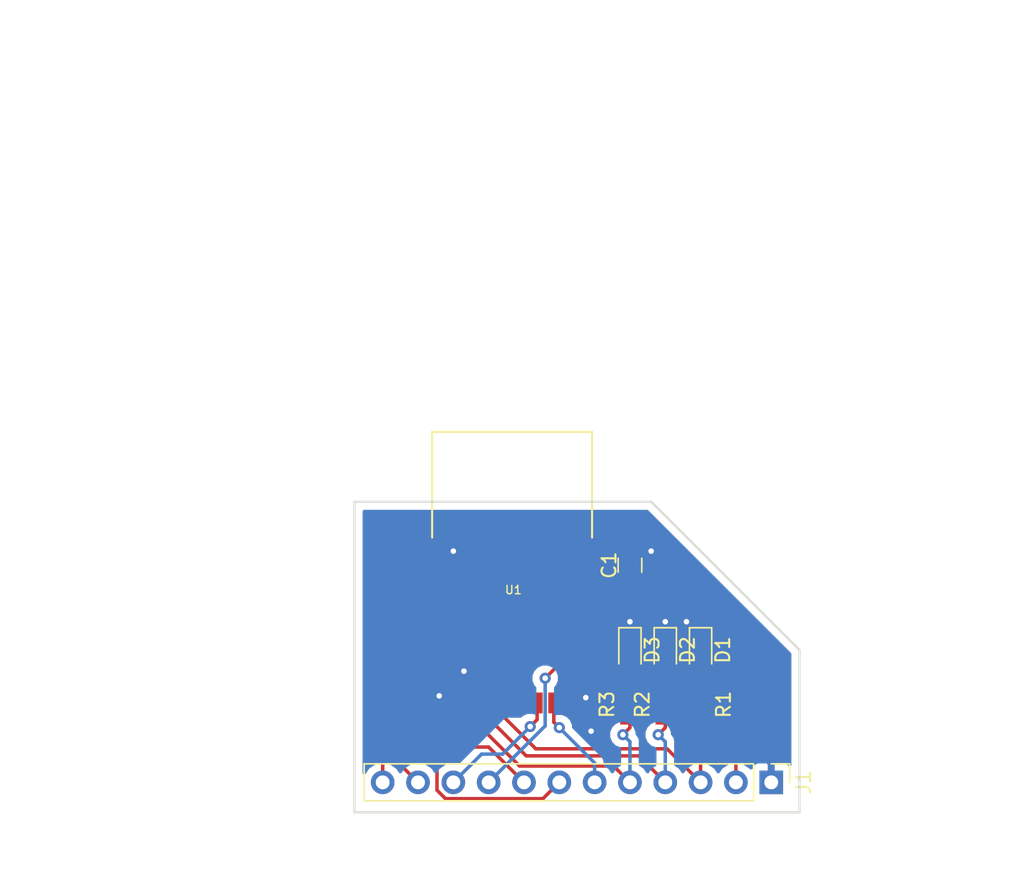
<source format=kicad_pcb>
(kicad_pcb (version 20171130) (host pcbnew 5.0.0-rc2-dev-unknown-bf135b0~64~ubuntu17.10.1)

  (general
    (thickness 1.6)
    (drawings 6)
    (tracks 101)
    (zones 0)
    (modules 9)
    (nets 16)
  )

  (page A4)
  (layers
    (0 F.Cu signal)
    (31 B.Cu signal)
    (32 B.Adhes user)
    (33 F.Adhes user)
    (34 B.Paste user)
    (35 F.Paste user)
    (36 B.SilkS user)
    (37 F.SilkS user)
    (38 B.Mask user)
    (39 F.Mask user)
    (40 Dwgs.User user)
    (41 Cmts.User user)
    (42 Eco1.User user)
    (43 Eco2.User user)
    (44 Edge.Cuts user)
    (45 Margin user)
    (46 B.CrtYd user)
    (47 F.CrtYd user)
    (48 B.Fab user)
    (49 F.Fab user)
  )

  (setup
    (last_trace_width 0.25)
    (trace_clearance 0.2)
    (zone_clearance 0.508)
    (zone_45_only no)
    (trace_min 0.2)
    (segment_width 0.2)
    (edge_width 0.15)
    (via_size 0.8)
    (via_drill 0.4)
    (via_min_size 0.4)
    (via_min_drill 0.3)
    (uvia_size 0.3)
    (uvia_drill 0.1)
    (uvias_allowed no)
    (uvia_min_size 0.2)
    (uvia_min_drill 0.1)
    (pcb_text_width 0.3)
    (pcb_text_size 1.5 1.5)
    (mod_edge_width 0.15)
    (mod_text_size 1 1)
    (mod_text_width 0.15)
    (pad_size 1.524 1.524)
    (pad_drill 0.762)
    (pad_to_mask_clearance 0.2)
    (aux_axis_origin 0 0)
    (visible_elements FFFFFF7F)
    (pcbplotparams
      (layerselection 0x010fc_ffffffff)
      (usegerberextensions false)
      (usegerberattributes false)
      (usegerberadvancedattributes false)
      (creategerberjobfile false)
      (excludeedgelayer true)
      (linewidth 0.100000)
      (plotframeref false)
      (viasonmask false)
      (mode 1)
      (useauxorigin false)
      (hpglpennumber 1)
      (hpglpenspeed 20)
      (hpglpendiameter 15)
      (psnegative false)
      (psa4output false)
      (plotreference true)
      (plotvalue true)
      (plotinvisibletext false)
      (padsonsilk false)
      (subtractmaskfromsilk false)
      (outputformat 1)
      (mirror false)
      (drillshape 1)
      (scaleselection 1)
      (outputdirectory ""))
  )

  (net 0 "")
  (net 1 GND)
  (net 2 +3V3)
  (net 3 "Net-(D1-Pad2)")
  (net 4 "Net-(D2-Pad2)")
  (net 5 "Net-(D3-Pad2)")
  (net 6 WS)
  (net 7 MLDP_EV)
  (net 8 CONNECTION_STATUS)
  (net 9 BT_WAKE)
  (net 10 SWAKE)
  (net 11 CMD_MLDP)
  (net 12 BT_UART_RTS)
  (net 13 BT_UART_CTS)
  (net 14 RX)
  (net 15 TX)

  (net_class Default "This is the default net class."
    (clearance 0.2)
    (trace_width 0.25)
    (via_dia 0.8)
    (via_drill 0.4)
    (uvia_dia 0.3)
    (uvia_drill 0.1)
    (add_net +3V3)
    (add_net BT_UART_CTS)
    (add_net BT_UART_RTS)
    (add_net BT_WAKE)
    (add_net CMD_MLDP)
    (add_net CONNECTION_STATUS)
    (add_net GND)
    (add_net MLDP_EV)
    (add_net "Net-(D1-Pad2)")
    (add_net "Net-(D2-Pad2)")
    (add_net "Net-(D3-Pad2)")
    (add_net RX)
    (add_net SWAKE)
    (add_net TX)
    (add_net WS)
  )

  (module Capacitors_SMD:C_0805 (layer F.Cu) (tedit 58AA8463) (tstamp 5B056E61)
    (at 133.604 85.344 90)
    (descr "Capacitor SMD 0805, reflow soldering, AVX (see smccp.pdf)")
    (tags "capacitor 0805")
    (path /5AEBFAA4)
    (attr smd)
    (fp_text reference C1 (at 0 -1.5 90) (layer F.SilkS)
      (effects (font (size 1 1) (thickness 0.15)))
    )
    (fp_text value 4.7uF (at 0 1.75 90) (layer F.Fab)
      (effects (font (size 1 1) (thickness 0.15)))
    )
    (fp_line (start 1.75 0.87) (end -1.75 0.87) (layer F.CrtYd) (width 0.05))
    (fp_line (start 1.75 0.87) (end 1.75 -0.88) (layer F.CrtYd) (width 0.05))
    (fp_line (start -1.75 -0.88) (end -1.75 0.87) (layer F.CrtYd) (width 0.05))
    (fp_line (start -1.75 -0.88) (end 1.75 -0.88) (layer F.CrtYd) (width 0.05))
    (fp_line (start -0.5 0.85) (end 0.5 0.85) (layer F.SilkS) (width 0.12))
    (fp_line (start 0.5 -0.85) (end -0.5 -0.85) (layer F.SilkS) (width 0.12))
    (fp_line (start -1 -0.62) (end 1 -0.62) (layer F.Fab) (width 0.1))
    (fp_line (start 1 -0.62) (end 1 0.62) (layer F.Fab) (width 0.1))
    (fp_line (start 1 0.62) (end -1 0.62) (layer F.Fab) (width 0.1))
    (fp_line (start -1 0.62) (end -1 -0.62) (layer F.Fab) (width 0.1))
    (fp_text user %R (at 0 -1.5 90) (layer F.Fab)
      (effects (font (size 1 1) (thickness 0.15)))
    )
    (pad 2 smd rect (at 1 0 90) (size 1 1.25) (layers F.Cu F.Paste F.Mask)
      (net 1 GND))
    (pad 1 smd rect (at -1 0 90) (size 1 1.25) (layers F.Cu F.Paste F.Mask)
      (net 2 +3V3))
    (model Capacitors_SMD.3dshapes/C_0805.wrl
      (at (xyz 0 0 0))
      (scale (xyz 1 1 1))
      (rotate (xyz 0 0 0))
    )
  )

  (module Diodes_SMD:D_0805 (layer F.Cu) (tedit 590CE9A4) (tstamp 5B056E79)
    (at 138.684 91.44 270)
    (descr "Diode SMD in 0805 package http://datasheets.avx.com/schottky.pdf")
    (tags "smd diode")
    (path /5AEBEE4F)
    (attr smd)
    (fp_text reference D1 (at 0 -1.6 270) (layer F.SilkS)
      (effects (font (size 1 1) (thickness 0.15)))
    )
    (fp_text value Blue (at 0 1.7 270) (layer F.Fab)
      (effects (font (size 1 1) (thickness 0.15)))
    )
    (fp_line (start -1.6 -0.8) (end 1 -0.8) (layer F.SilkS) (width 0.12))
    (fp_line (start -1.6 0.8) (end 1 0.8) (layer F.SilkS) (width 0.12))
    (fp_line (start -1 -0.65) (end 1 -0.65) (layer F.Fab) (width 0.1))
    (fp_line (start 1 -0.65) (end 1 0.65) (layer F.Fab) (width 0.1))
    (fp_line (start 1 0.65) (end -1 0.65) (layer F.Fab) (width 0.1))
    (fp_line (start -1 0.65) (end -1 -0.65) (layer F.Fab) (width 0.1))
    (fp_line (start 0.2 -0.2) (end -0.1 0) (layer F.Fab) (width 0.1))
    (fp_line (start -0.1 0) (end 0.2 0.2) (layer F.Fab) (width 0.1))
    (fp_line (start 0.2 0.2) (end 0.2 -0.2) (layer F.Fab) (width 0.1))
    (fp_line (start -0.1 -0.2) (end -0.1 0.2) (layer F.Fab) (width 0.1))
    (fp_line (start -0.1 0) (end -0.3 0) (layer F.Fab) (width 0.1))
    (fp_line (start 0.2 0) (end 0.4 0) (layer F.Fab) (width 0.1))
    (fp_line (start -1.7 -0.88) (end 1.7 -0.88) (layer F.CrtYd) (width 0.05))
    (fp_line (start 1.7 -0.88) (end 1.7 0.88) (layer F.CrtYd) (width 0.05))
    (fp_line (start 1.7 0.88) (end -1.7 0.88) (layer F.CrtYd) (width 0.05))
    (fp_line (start -1.7 0.88) (end -1.7 -0.88) (layer F.CrtYd) (width 0.05))
    (fp_line (start -1.6 -0.8) (end -1.6 0.8) (layer F.SilkS) (width 0.12))
    (fp_text user %R (at 0 -1.6 270) (layer F.Fab)
      (effects (font (size 1 1) (thickness 0.15)))
    )
    (pad 2 smd rect (at 1.05 0 270) (size 0.8 0.9) (layers F.Cu F.Paste F.Mask)
      (net 3 "Net-(D1-Pad2)"))
    (pad 1 smd rect (at -1.05 0 270) (size 0.8 0.9) (layers F.Cu F.Paste F.Mask)
      (net 1 GND))
    (model ${KISYS3DMOD}/Diodes_SMD.3dshapes/D_0805.wrl
      (at (xyz 0 0 0))
      (scale (xyz 1 1 1))
      (rotate (xyz 0 0 0))
    )
  )

  (module Diodes_SMD:D_0805 (layer F.Cu) (tedit 590CE9A4) (tstamp 5B056E91)
    (at 136.144 91.44 270)
    (descr "Diode SMD in 0805 package http://datasheets.avx.com/schottky.pdf")
    (tags "smd diode")
    (path /5AEBEEFF)
    (attr smd)
    (fp_text reference D2 (at 0 -1.6 270) (layer F.SilkS)
      (effects (font (size 1 1) (thickness 0.15)))
    )
    (fp_text value Red (at 0 1.7 270) (layer F.Fab)
      (effects (font (size 1 1) (thickness 0.15)))
    )
    (fp_text user %R (at 0 -1.6 270) (layer F.Fab)
      (effects (font (size 1 1) (thickness 0.15)))
    )
    (fp_line (start -1.6 -0.8) (end -1.6 0.8) (layer F.SilkS) (width 0.12))
    (fp_line (start -1.7 0.88) (end -1.7 -0.88) (layer F.CrtYd) (width 0.05))
    (fp_line (start 1.7 0.88) (end -1.7 0.88) (layer F.CrtYd) (width 0.05))
    (fp_line (start 1.7 -0.88) (end 1.7 0.88) (layer F.CrtYd) (width 0.05))
    (fp_line (start -1.7 -0.88) (end 1.7 -0.88) (layer F.CrtYd) (width 0.05))
    (fp_line (start 0.2 0) (end 0.4 0) (layer F.Fab) (width 0.1))
    (fp_line (start -0.1 0) (end -0.3 0) (layer F.Fab) (width 0.1))
    (fp_line (start -0.1 -0.2) (end -0.1 0.2) (layer F.Fab) (width 0.1))
    (fp_line (start 0.2 0.2) (end 0.2 -0.2) (layer F.Fab) (width 0.1))
    (fp_line (start -0.1 0) (end 0.2 0.2) (layer F.Fab) (width 0.1))
    (fp_line (start 0.2 -0.2) (end -0.1 0) (layer F.Fab) (width 0.1))
    (fp_line (start -1 0.65) (end -1 -0.65) (layer F.Fab) (width 0.1))
    (fp_line (start 1 0.65) (end -1 0.65) (layer F.Fab) (width 0.1))
    (fp_line (start 1 -0.65) (end 1 0.65) (layer F.Fab) (width 0.1))
    (fp_line (start -1 -0.65) (end 1 -0.65) (layer F.Fab) (width 0.1))
    (fp_line (start -1.6 0.8) (end 1 0.8) (layer F.SilkS) (width 0.12))
    (fp_line (start -1.6 -0.8) (end 1 -0.8) (layer F.SilkS) (width 0.12))
    (pad 1 smd rect (at -1.05 0 270) (size 0.8 0.9) (layers F.Cu F.Paste F.Mask)
      (net 1 GND))
    (pad 2 smd rect (at 1.05 0 270) (size 0.8 0.9) (layers F.Cu F.Paste F.Mask)
      (net 4 "Net-(D2-Pad2)"))
    (model ${KISYS3DMOD}/Diodes_SMD.3dshapes/D_0805.wrl
      (at (xyz 0 0 0))
      (scale (xyz 1 1 1))
      (rotate (xyz 0 0 0))
    )
  )

  (module Diodes_SMD:D_0805 (layer F.Cu) (tedit 590CE9A4) (tstamp 5B056EA9)
    (at 133.604 91.44 270)
    (descr "Diode SMD in 0805 package http://datasheets.avx.com/schottky.pdf")
    (tags "smd diode")
    (path /5AEBEFA7)
    (attr smd)
    (fp_text reference D3 (at 0 -1.6 270) (layer F.SilkS)
      (effects (font (size 1 1) (thickness 0.15)))
    )
    (fp_text value Green (at 0 1.7 270) (layer F.Fab)
      (effects (font (size 1 1) (thickness 0.15)))
    )
    (fp_line (start -1.6 -0.8) (end 1 -0.8) (layer F.SilkS) (width 0.12))
    (fp_line (start -1.6 0.8) (end 1 0.8) (layer F.SilkS) (width 0.12))
    (fp_line (start -1 -0.65) (end 1 -0.65) (layer F.Fab) (width 0.1))
    (fp_line (start 1 -0.65) (end 1 0.65) (layer F.Fab) (width 0.1))
    (fp_line (start 1 0.65) (end -1 0.65) (layer F.Fab) (width 0.1))
    (fp_line (start -1 0.65) (end -1 -0.65) (layer F.Fab) (width 0.1))
    (fp_line (start 0.2 -0.2) (end -0.1 0) (layer F.Fab) (width 0.1))
    (fp_line (start -0.1 0) (end 0.2 0.2) (layer F.Fab) (width 0.1))
    (fp_line (start 0.2 0.2) (end 0.2 -0.2) (layer F.Fab) (width 0.1))
    (fp_line (start -0.1 -0.2) (end -0.1 0.2) (layer F.Fab) (width 0.1))
    (fp_line (start -0.1 0) (end -0.3 0) (layer F.Fab) (width 0.1))
    (fp_line (start 0.2 0) (end 0.4 0) (layer F.Fab) (width 0.1))
    (fp_line (start -1.7 -0.88) (end 1.7 -0.88) (layer F.CrtYd) (width 0.05))
    (fp_line (start 1.7 -0.88) (end 1.7 0.88) (layer F.CrtYd) (width 0.05))
    (fp_line (start 1.7 0.88) (end -1.7 0.88) (layer F.CrtYd) (width 0.05))
    (fp_line (start -1.7 0.88) (end -1.7 -0.88) (layer F.CrtYd) (width 0.05))
    (fp_line (start -1.6 -0.8) (end -1.6 0.8) (layer F.SilkS) (width 0.12))
    (fp_text user %R (at 0 -1.6 270) (layer F.Fab)
      (effects (font (size 1 1) (thickness 0.15)))
    )
    (pad 2 smd rect (at 1.05 0 270) (size 0.8 0.9) (layers F.Cu F.Paste F.Mask)
      (net 5 "Net-(D3-Pad2)"))
    (pad 1 smd rect (at -1.05 0 270) (size 0.8 0.9) (layers F.Cu F.Paste F.Mask)
      (net 1 GND))
    (model ${KISYS3DMOD}/Diodes_SMD.3dshapes/D_0805.wrl
      (at (xyz 0 0 0))
      (scale (xyz 1 1 1))
      (rotate (xyz 0 0 0))
    )
  )

  (module Resistor_SMD:R_0805_2012Metric (layer F.Cu) (tedit 5AC5DB74) (tstamp 5B056ED6)
    (at 138.684 95.368 270)
    (descr "Resistor SMD 0805 (2012 Metric), square (rectangular) end terminal, IPC_7351 nominal, (Body size source: http://www.tortai-tech.com/upload/download/2011102023233369053.pdf), generated with kicad-footprint-generator")
    (tags resistor)
    (path /5AEBEB71)
    (attr smd)
    (fp_text reference R1 (at 0 -1.65 270) (layer F.SilkS)
      (effects (font (size 1 1) (thickness 0.15)))
    )
    (fp_text value 330 (at 0 1.65 270) (layer F.Fab)
      (effects (font (size 1 1) (thickness 0.15)))
    )
    (fp_line (start -1 0.6) (end -1 -0.6) (layer F.Fab) (width 0.1))
    (fp_line (start -1 -0.6) (end 1 -0.6) (layer F.Fab) (width 0.1))
    (fp_line (start 1 -0.6) (end 1 0.6) (layer F.Fab) (width 0.1))
    (fp_line (start 1 0.6) (end -1 0.6) (layer F.Fab) (width 0.1))
    (fp_line (start -1.69 0.95) (end -1.69 -0.95) (layer F.CrtYd) (width 0.05))
    (fp_line (start -1.69 -0.95) (end 1.69 -0.95) (layer F.CrtYd) (width 0.05))
    (fp_line (start 1.69 -0.95) (end 1.69 0.95) (layer F.CrtYd) (width 0.05))
    (fp_line (start 1.69 0.95) (end -1.69 0.95) (layer F.CrtYd) (width 0.05))
    (fp_text user %R (at 0 0 270) (layer F.Fab)
      (effects (font (size 0.5 0.5) (thickness 0.08)))
    )
    (pad 1 smd rect (at -0.88 0 270) (size 1.12 1.4) (layers F.Cu F.Paste F.Mask)
      (net 3 "Net-(D1-Pad2)"))
    (pad 2 smd rect (at 0.88 0 270) (size 1.12 1.4) (layers F.Cu F.Paste F.Mask)
      (net 6 WS))
    (model ${KISYS3DMOD}/Resistor_SMD.3dshapes/R_0805_2012Metric.wrl
      (at (xyz 0 0 0))
      (scale (xyz 1 1 1))
      (rotate (xyz 0 0 0))
    )
  )

  (module Resistor_SMD:R_0805_2012Metric (layer F.Cu) (tedit 5AC5DB74) (tstamp 5B056EE5)
    (at 136.144 95.368 90)
    (descr "Resistor SMD 0805 (2012 Metric), square (rectangular) end terminal, IPC_7351 nominal, (Body size source: http://www.tortai-tech.com/upload/download/2011102023233369053.pdf), generated with kicad-footprint-generator")
    (tags resistor)
    (path /5AEBEC15)
    (attr smd)
    (fp_text reference R2 (at 0 -1.65 90) (layer F.SilkS)
      (effects (font (size 1 1) (thickness 0.15)))
    )
    (fp_text value 330 (at 0 1.65 90) (layer F.Fab)
      (effects (font (size 1 1) (thickness 0.15)))
    )
    (fp_text user %R (at 0 0 90) (layer F.Fab)
      (effects (font (size 0.5 0.5) (thickness 0.08)))
    )
    (fp_line (start 1.69 0.95) (end -1.69 0.95) (layer F.CrtYd) (width 0.05))
    (fp_line (start 1.69 -0.95) (end 1.69 0.95) (layer F.CrtYd) (width 0.05))
    (fp_line (start -1.69 -0.95) (end 1.69 -0.95) (layer F.CrtYd) (width 0.05))
    (fp_line (start -1.69 0.95) (end -1.69 -0.95) (layer F.CrtYd) (width 0.05))
    (fp_line (start 1 0.6) (end -1 0.6) (layer F.Fab) (width 0.1))
    (fp_line (start 1 -0.6) (end 1 0.6) (layer F.Fab) (width 0.1))
    (fp_line (start -1 -0.6) (end 1 -0.6) (layer F.Fab) (width 0.1))
    (fp_line (start -1 0.6) (end -1 -0.6) (layer F.Fab) (width 0.1))
    (pad 2 smd rect (at 0.88 0 90) (size 1.12 1.4) (layers F.Cu F.Paste F.Mask)
      (net 4 "Net-(D2-Pad2)"))
    (pad 1 smd rect (at -0.88 0 90) (size 1.12 1.4) (layers F.Cu F.Paste F.Mask)
      (net 7 MLDP_EV))
    (model ${KISYS3DMOD}/Resistor_SMD.3dshapes/R_0805_2012Metric.wrl
      (at (xyz 0 0 0))
      (scale (xyz 1 1 1))
      (rotate (xyz 0 0 0))
    )
  )

  (module Resistor_SMD:R_0805_2012Metric (layer F.Cu) (tedit 5AC5DB74) (tstamp 5B056EF4)
    (at 133.604 95.368 90)
    (descr "Resistor SMD 0805 (2012 Metric), square (rectangular) end terminal, IPC_7351 nominal, (Body size source: http://www.tortai-tech.com/upload/download/2011102023233369053.pdf), generated with kicad-footprint-generator")
    (tags resistor)
    (path /5AEBEC8C)
    (attr smd)
    (fp_text reference R3 (at 0 -1.65 90) (layer F.SilkS)
      (effects (font (size 1 1) (thickness 0.15)))
    )
    (fp_text value 330 (at 0 1.65 90) (layer F.Fab)
      (effects (font (size 1 1) (thickness 0.15)))
    )
    (fp_line (start -1 0.6) (end -1 -0.6) (layer F.Fab) (width 0.1))
    (fp_line (start -1 -0.6) (end 1 -0.6) (layer F.Fab) (width 0.1))
    (fp_line (start 1 -0.6) (end 1 0.6) (layer F.Fab) (width 0.1))
    (fp_line (start 1 0.6) (end -1 0.6) (layer F.Fab) (width 0.1))
    (fp_line (start -1.69 0.95) (end -1.69 -0.95) (layer F.CrtYd) (width 0.05))
    (fp_line (start -1.69 -0.95) (end 1.69 -0.95) (layer F.CrtYd) (width 0.05))
    (fp_line (start 1.69 -0.95) (end 1.69 0.95) (layer F.CrtYd) (width 0.05))
    (fp_line (start 1.69 0.95) (end -1.69 0.95) (layer F.CrtYd) (width 0.05))
    (fp_text user %R (at 0 0 90) (layer F.Fab)
      (effects (font (size 0.5 0.5) (thickness 0.08)))
    )
    (pad 1 smd rect (at -0.88 0 90) (size 1.12 1.4) (layers F.Cu F.Paste F.Mask)
      (net 8 CONNECTION_STATUS))
    (pad 2 smd rect (at 0.88 0 90) (size 1.12 1.4) (layers F.Cu F.Paste F.Mask)
      (net 5 "Net-(D3-Pad2)"))
    (model ${KISYS3DMOD}/Resistor_SMD.3dshapes/R_0805_2012Metric.wrl
      (at (xyz 0 0 0))
      (scale (xyz 1 1 1))
      (rotate (xyz 0 0 0))
    )
  )

  (module RN4020:RN4020 (layer F.Cu) (tedit 56A7DC63) (tstamp 5B056F2D)
    (at 119.38 95.25)
    (path /5AEBE8E6)
    (fp_text reference U1 (at 5.842 -8.128) (layer F.SilkS)
      (effects (font (size 0.6 0.6) (thickness 0.1)))
    )
    (fp_text value RN4020 (at 5.588 -6.35) (layer F.Fab)
      (effects (font (size 0.6 0.6) (thickness 0.1)))
    )
    (fp_line (start 10.414 -13.6525) (end 11.2395 -12.827) (layer Cmts.User) (width 0.15))
    (fp_line (start 10.033 -12.8905) (end 10.668 -12.2555) (layer Cmts.User) (width 0.15))
    (fp_line (start 2.6035 -14.478) (end 4.0005 -13.081) (layer Cmts.User) (width 0.15))
    (fp_line (start 1.905 -13.7795) (end 2.667 -13.0175) (layer Cmts.User) (width 0.15))
    (fp_line (start 0.762 -13.6525) (end 1.4605 -12.954) (layer Cmts.User) (width 0.15))
    (fp_line (start 0.254 -13.081) (end 1.0795 -12.2555) (layer Cmts.User) (width 0.15))
    (fp_line (start 12.954 1.524) (end -1.524 1.524) (layer F.CrtYd) (width 0.15))
    (fp_line (start 12.954 -19.812) (end 12.954 1.524) (layer F.CrtYd) (width 0.15))
    (fp_line (start -1.524 -19.812) (end 12.954 -19.812) (layer F.CrtYd) (width 0.15))
    (fp_line (start -1.524 1.524) (end -1.524 -19.812) (layer F.CrtYd) (width 0.15))
    (fp_line (start -31 -14.55) (end -31 -50.5) (layer Eco1.User) (width 0.15))
    (fp_line (start 42.5 -14.55) (end -31 -14.55) (layer Eco1.User) (width 0.15))
    (fp_line (start 42.5 -50.5) (end 42.5 -14.55) (layer Eco1.User) (width 0.15))
    (fp_line (start -31 -50.5) (end 42.5 -50.5) (layer Eco1.User) (width 0.15))
    (fp_line (start 4.05 -14.55) (end 1.85 -14.55) (layer Cmts.User) (width 0.15))
    (fp_line (start 4.05 -12.95) (end 4.05 -14.55) (layer Cmts.User) (width 0.15))
    (fp_line (start 1.85 -12.95) (end 4.05 -12.95) (layer Cmts.User) (width 0.15))
    (fp_line (start 1.85 -14.55) (end 1.85 -12.95) (layer Cmts.User) (width 0.15))
    (fp_line (start 11.3 -13.7) (end 10 -13.7) (layer Cmts.User) (width 0.15))
    (fp_line (start 11.3 -12.192) (end 11.3 -13.7) (layer Cmts.User) (width 0.15))
    (fp_line (start 10 -12.192) (end 11.3 -12.192) (layer Cmts.User) (width 0.15))
    (fp_line (start 10 -13.7) (end 10 -12.192) (layer Cmts.User) (width 0.15))
    (fp_line (start 1.5 -13.7) (end 0.2 -13.7) (layer Cmts.User) (width 0.15))
    (fp_line (start 1.5 -12.192) (end 1.5 -13.7) (layer Cmts.User) (width 0.15))
    (fp_line (start 0.2 -12.192) (end 1.5 -12.192) (layer Cmts.User) (width 0.15))
    (fp_line (start 0.2 -13.7) (end 0.2 -12.192) (layer Cmts.User) (width 0.15))
    (fp_line (start 11.5 -19.5) (end 11.5 -11.9) (layer F.SilkS) (width 0.15))
    (fp_line (start 0 -19.5) (end 11.5 -19.5) (layer F.SilkS) (width 0.15))
    (fp_line (start 0 -11.9) (end 0 -19.5) (layer F.SilkS) (width 0.15))
    (pad 1 smd rect (at 0 -10.9) (size 1.5 0.8) (layers F.Cu F.Paste F.Mask)
      (net 1 GND))
    (pad 2 smd rect (at 0 -9.7) (size 1.5 0.8) (layers F.Cu F.Paste F.Mask))
    (pad 3 smd rect (at 0 -8.5) (size 1.5 0.8) (layers F.Cu F.Paste F.Mask))
    (pad 4 smd rect (at 0 -7.3) (size 1.5 0.8) (layers F.Cu F.Paste F.Mask))
    (pad 5 smd rect (at 0 -6.1) (size 1.5 0.8) (layers F.Cu F.Paste F.Mask)
      (net 15 TX))
    (pad 6 smd rect (at 0 -4.9) (size 1.5 0.8) (layers F.Cu F.Paste F.Mask)
      (net 14 RX))
    (pad 7 smd rect (at 0 -3.7) (size 1.5 0.8) (layers F.Cu F.Paste F.Mask)
      (net 10 SWAKE))
    (pad 8 smd rect (at 0 -2.5) (size 1.5 0.8) (layers F.Cu F.Paste F.Mask)
      (net 11 CMD_MLDP))
    (pad 10 smd rect (at 2.75 0) (size 0.8 1.5) (layers F.Cu F.Paste F.Mask)
      (net 8 CONNECTION_STATUS))
    (pad 11 smd rect (at 3.95 0) (size 0.8 1.5) (layers F.Cu F.Paste F.Mask)
      (net 7 MLDP_EV))
    (pad 12 smd rect (at 5.15 0) (size 0.8 1.5) (layers F.Cu F.Paste F.Mask)
      (net 6 WS))
    (pad 13 smd rect (at 6.35 0) (size 0.8 1.5) (layers F.Cu F.Paste F.Mask))
    (pad 14 smd rect (at 7.55 0) (size 0.8 1.5) (layers F.Cu F.Paste F.Mask)
      (net 13 BT_UART_CTS))
    (pad 15 smd rect (at 8.75 0) (size 0.8 1.5) (layers F.Cu F.Paste F.Mask)
      (net 9 BT_WAKE))
    (pad 17 smd rect (at 11.5 -2.5) (size 1.5 0.8) (layers F.Cu F.Paste F.Mask))
    (pad 18 smd rect (at 11.5 -3.7) (size 1.5 0.8) (layers F.Cu F.Paste F.Mask)
      (net 12 BT_UART_RTS))
    (pad 19 smd rect (at 11.5 -4.9) (size 1.5 0.8) (layers F.Cu F.Paste F.Mask))
    (pad 20 smd rect (at 11.5 -6.1) (size 1.5 0.8) (layers F.Cu F.Paste F.Mask))
    (pad 21 smd rect (at 11.5 -7.3) (size 1.5 0.8) (layers F.Cu F.Paste F.Mask))
    (pad 22 smd rect (at 11.5 -8.5) (size 1.5 0.8) (layers F.Cu F.Paste F.Mask))
    (pad 23 smd rect (at 11.5 -9.7) (size 1.5 0.8) (layers F.Cu F.Paste F.Mask)
      (net 2 +3V3))
    (pad 24 smd rect (at 11.5 -10.9) (size 1.5 0.8) (layers F.Cu F.Paste F.Mask)
      (net 1 GND))
    (pad 9 smd rect (at 0.508 -0.381) (size 2.5 2.5) (layers F.Cu F.Paste F.Mask)
      (net 1 GND))
    (pad 16 smd rect (at 11.049 -0.381) (size 2.5 2.5) (layers F.Cu F.Paste F.Mask)
      (net 1 GND))
  )

  (module Connector_PinHeader_2.54mm:PinHeader_1x12_P2.54mm_Vertical (layer F.Cu) (tedit 59FED5CC) (tstamp 5B194AE9)
    (at 143.764 100.965 270)
    (descr "Through hole straight pin header, 1x12, 2.54mm pitch, single row")
    (tags "Through hole pin header THT 1x12 2.54mm single row")
    (path /5AEC0F7D)
    (fp_text reference J1 (at 0 -2.33 270) (layer F.SilkS)
      (effects (font (size 1 1) (thickness 0.15)))
    )
    (fp_text value Conn_01x12 (at 0 30.27 270) (layer F.Fab)
      (effects (font (size 1 1) (thickness 0.15)))
    )
    (fp_line (start -0.635 -1.27) (end 1.27 -1.27) (layer F.Fab) (width 0.1))
    (fp_line (start 1.27 -1.27) (end 1.27 29.21) (layer F.Fab) (width 0.1))
    (fp_line (start 1.27 29.21) (end -1.27 29.21) (layer F.Fab) (width 0.1))
    (fp_line (start -1.27 29.21) (end -1.27 -0.635) (layer F.Fab) (width 0.1))
    (fp_line (start -1.27 -0.635) (end -0.635 -1.27) (layer F.Fab) (width 0.1))
    (fp_line (start -1.33 29.27) (end 1.33 29.27) (layer F.SilkS) (width 0.12))
    (fp_line (start -1.33 1.27) (end -1.33 29.27) (layer F.SilkS) (width 0.12))
    (fp_line (start 1.33 1.27) (end 1.33 29.27) (layer F.SilkS) (width 0.12))
    (fp_line (start -1.33 1.27) (end 1.33 1.27) (layer F.SilkS) (width 0.12))
    (fp_line (start -1.33 0) (end -1.33 -1.33) (layer F.SilkS) (width 0.12))
    (fp_line (start -1.33 -1.33) (end 0 -1.33) (layer F.SilkS) (width 0.12))
    (fp_line (start -1.8 -1.8) (end -1.8 29.75) (layer F.CrtYd) (width 0.05))
    (fp_line (start -1.8 29.75) (end 1.8 29.75) (layer F.CrtYd) (width 0.05))
    (fp_line (start 1.8 29.75) (end 1.8 -1.8) (layer F.CrtYd) (width 0.05))
    (fp_line (start 1.8 -1.8) (end -1.8 -1.8) (layer F.CrtYd) (width 0.05))
    (fp_text user %R (at 0 13.97) (layer F.Fab)
      (effects (font (size 1 1) (thickness 0.15)))
    )
    (pad 1 thru_hole rect (at 0 0 270) (size 1.7 1.7) (drill 1) (layers *.Cu *.Mask)
      (net 1 GND))
    (pad 2 thru_hole oval (at 0 2.54 270) (size 1.7 1.7) (drill 1) (layers *.Cu *.Mask)
      (net 2 +3V3))
    (pad 3 thru_hole oval (at 0 5.08 270) (size 1.7 1.7) (drill 1) (layers *.Cu *.Mask)
      (net 6 WS))
    (pad 4 thru_hole oval (at 0 7.62 270) (size 1.7 1.7) (drill 1) (layers *.Cu *.Mask)
      (net 7 MLDP_EV))
    (pad 5 thru_hole oval (at 0 10.16 270) (size 1.7 1.7) (drill 1) (layers *.Cu *.Mask)
      (net 8 CONNECTION_STATUS))
    (pad 6 thru_hole oval (at 0 12.7 270) (size 1.7 1.7) (drill 1) (layers *.Cu *.Mask)
      (net 9 BT_WAKE))
    (pad 7 thru_hole oval (at 0 15.24 270) (size 1.7 1.7) (drill 1) (layers *.Cu *.Mask)
      (net 10 SWAKE))
    (pad 8 thru_hole oval (at 0 17.78 270) (size 1.7 1.7) (drill 1) (layers *.Cu *.Mask)
      (net 11 CMD_MLDP))
    (pad 9 thru_hole oval (at 0 20.32 270) (size 1.7 1.7) (drill 1) (layers *.Cu *.Mask)
      (net 12 BT_UART_RTS))
    (pad 10 thru_hole oval (at 0 22.86 270) (size 1.7 1.7) (drill 1) (layers *.Cu *.Mask)
      (net 13 BT_UART_CTS))
    (pad 11 thru_hole oval (at 0 25.4 270) (size 1.7 1.7) (drill 1) (layers *.Cu *.Mask)
      (net 14 RX))
    (pad 12 thru_hole oval (at 0 27.94 270) (size 1.7 1.7) (drill 1) (layers *.Cu *.Mask)
      (net 15 TX))
    (model ${KISYS3DMOD}/Connector_PinHeader_2.54mm.3dshapes/PinHeader_1x12_P2.54mm_Vertical.wrl
      (at (xyz 0 0 0))
      (scale (xyz 1 1 1))
      (rotate (xyz 0 0 0))
    )
  )

  (gr_line (start 145.796 91.44) (end 135.128 80.772) (layer Edge.Cuts) (width 0.15))
  (gr_line (start 145.796 98.552) (end 145.796 91.44) (layer Edge.Cuts) (width 0.15))
  (gr_line (start 113.792 80.772) (end 135.128 80.772) (layer Edge.Cuts) (width 0.15))
  (gr_line (start 145.796 103.124) (end 145.796 98.552) (layer Edge.Cuts) (width 0.15))
  (gr_line (start 113.792 103.124) (end 145.796 103.124) (layer Edge.Cuts) (width 0.15))
  (gr_line (start 113.792 80.772) (end 113.792 103.124) (layer Edge.Cuts) (width 0.15))

  (via (at 120.904 84.328) (size 0.8) (drill 0.4) (layers F.Cu B.Cu) (net 1))
  (segment (start 119.38 84.35) (end 120.882 84.35) (width 0.25) (layer F.Cu) (net 1))
  (segment (start 120.882 84.35) (end 120.904 84.328) (width 0.25) (layer F.Cu) (net 1))
  (segment (start 133.598 84.35) (end 133.604 84.344) (width 0.25) (layer F.Cu) (net 1))
  (segment (start 130.88 84.35) (end 133.598 84.35) (width 0.25) (layer F.Cu) (net 1))
  (via (at 135.128 84.328) (size 0.8) (drill 0.4) (layers F.Cu B.Cu) (net 1))
  (segment (start 133.604 84.344) (end 135.112 84.344) (width 0.25) (layer F.Cu) (net 1))
  (segment (start 135.112 84.344) (end 135.128 84.328) (width 0.25) (layer F.Cu) (net 1))
  (via (at 133.604 89.408) (size 0.8) (drill 0.4) (layers F.Cu B.Cu) (net 1))
  (segment (start 133.604 90.39) (end 133.604 89.408) (width 0.25) (layer F.Cu) (net 1))
  (via (at 136.144 89.408) (size 0.8) (drill 0.4) (layers F.Cu B.Cu) (net 1))
  (segment (start 136.144 90.39) (end 136.144 89.408) (width 0.25) (layer F.Cu) (net 1))
  (via (at 137.668 89.408) (size 0.8) (drill 0.4) (layers F.Cu B.Cu) (net 1))
  (segment (start 138.684 90.39) (end 138.65 90.39) (width 0.25) (layer F.Cu) (net 1))
  (segment (start 138.65 90.39) (end 137.668 89.408) (width 0.25) (layer F.Cu) (net 1))
  (via (at 130.81 97.282) (size 0.8) (drill 0.4) (layers F.Cu B.Cu) (net 1))
  (segment (start 130.429 94.869) (end 130.429 94.869) (width 0.25) (layer F.Cu) (net 1))
  (segment (start 130.429 96.901) (end 130.81 97.282) (width 0.25) (layer F.Cu) (net 1))
  (via (at 121.666 92.964) (size 0.8) (drill 0.4) (layers F.Cu B.Cu) (net 1))
  (segment (start 119.888 94.869) (end 119.888 94.742) (width 0.25) (layer F.Cu) (net 1))
  (segment (start 119.888 94.742) (end 121.666 92.964) (width 0.25) (layer F.Cu) (net 1))
  (segment (start 119.888 94.742) (end 119.888 94.742) (width 0.25) (layer F.Cu) (net 1) (tstamp 5B194BCD))
  (via (at 119.888 94.742) (size 0.8) (drill 0.4) (layers F.Cu B.Cu) (net 1))
  (segment (start 130.429 94.869) (end 130.429 96.901) (width 0.25) (layer F.Cu) (net 1) (tstamp 5B194BCF))
  (via (at 130.429 94.869) (size 0.8) (drill 0.4) (layers F.Cu B.Cu) (net 1))
  (segment (start 134.479 86.344) (end 133.604 86.344) (width 0.25) (layer F.Cu) (net 2))
  (segment (start 136.073002 86.344) (end 134.479 86.344) (width 0.25) (layer F.Cu) (net 2))
  (segment (start 141.224 91.494998) (end 136.073002 86.344) (width 0.25) (layer F.Cu) (net 2))
  (segment (start 141.224 100.965) (end 141.224 91.494998) (width 0.25) (layer F.Cu) (net 2))
  (segment (start 131.88 85.55) (end 130.88 85.55) (width 0.25) (layer F.Cu) (net 2))
  (segment (start 131.935 85.55) (end 131.88 85.55) (width 0.25) (layer F.Cu) (net 2))
  (segment (start 132.729 86.344) (end 131.935 85.55) (width 0.25) (layer F.Cu) (net 2))
  (segment (start 133.604 86.344) (end 132.729 86.344) (width 0.25) (layer F.Cu) (net 2))
  (segment (start 138.684 94.488) (end 138.684 92.49) (width 0.25) (layer F.Cu) (net 3))
  (segment (start 136.144 94.488) (end 136.144 92.49) (width 0.25) (layer F.Cu) (net 4))
  (segment (start 133.604 94.488) (end 133.604 92.49) (width 0.25) (layer F.Cu) (net 5))
  (segment (start 124.53 96.25) (end 126.832 98.552) (width 0.25) (layer F.Cu) (net 6))
  (segment (start 124.53 95.25) (end 124.53 96.25) (width 0.25) (layer F.Cu) (net 6))
  (segment (start 136.271 98.552) (end 138.684 100.965) (width 0.25) (layer F.Cu) (net 6))
  (segment (start 126.832 98.552) (end 136.271 98.552) (width 0.25) (layer F.Cu) (net 6))
  (segment (start 138.684 100.965) (end 138.684 96.248) (width 0.25) (layer F.Cu) (net 6))
  (segment (start 123.33 96.25) (end 126.14 99.06) (width 0.25) (layer F.Cu) (net 7))
  (segment (start 123.33 95.25) (end 123.33 96.25) (width 0.25) (layer F.Cu) (net 7))
  (segment (start 134.239 99.06) (end 136.144 100.965) (width 0.25) (layer F.Cu) (net 7))
  (segment (start 126.14 99.06) (end 134.239 99.06) (width 0.25) (layer F.Cu) (net 7))
  (via (at 135.636 97.536) (size 0.8) (drill 0.4) (layers F.Cu B.Cu) (net 7))
  (segment (start 136.144 96.248) (end 136.144 97.028) (width 0.25) (layer F.Cu) (net 7))
  (segment (start 136.144 97.028) (end 135.636 97.536) (width 0.25) (layer F.Cu) (net 7))
  (segment (start 136.144 98.044) (end 136.144 100.965) (width 0.25) (layer B.Cu) (net 7))
  (segment (start 135.636 97.536) (end 136.144 98.044) (width 0.25) (layer B.Cu) (net 7))
  (segment (start 132.428999 99.789999) (end 132.754001 100.115001) (width 0.25) (layer F.Cu) (net 8))
  (segment (start 125.669999 99.789999) (end 132.428999 99.789999) (width 0.25) (layer F.Cu) (net 8))
  (segment (start 132.754001 100.115001) (end 133.604 100.965) (width 0.25) (layer F.Cu) (net 8))
  (segment (start 122.13 96.25) (end 125.669999 99.789999) (width 0.25) (layer F.Cu) (net 8))
  (segment (start 122.13 95.25) (end 122.13 96.25) (width 0.25) (layer F.Cu) (net 8))
  (via (at 133.096 97.536) (size 0.8) (drill 0.4) (layers F.Cu B.Cu) (net 8))
  (segment (start 133.604 96.248) (end 133.604 97.028) (width 0.25) (layer F.Cu) (net 8))
  (segment (start 133.604 97.028) (end 133.096 97.536) (width 0.25) (layer F.Cu) (net 8))
  (segment (start 133.604 98.044) (end 133.604 100.965) (width 0.25) (layer B.Cu) (net 8))
  (segment (start 133.096 97.536) (end 133.604 98.044) (width 0.25) (layer B.Cu) (net 8))
  (segment (start 128.13 95.25) (end 128.13 96.634) (width 0.25) (layer F.Cu) (net 9))
  (via (at 128.524 97.028) (size 0.8) (drill 0.4) (layers F.Cu B.Cu) (net 9))
  (segment (start 128.13 96.634) (end 128.524 97.028) (width 0.25) (layer F.Cu) (net 9))
  (segment (start 131.064 99.568) (end 131.064 100.965) (width 0.25) (layer B.Cu) (net 9))
  (segment (start 128.524 97.028) (end 131.064 99.568) (width 0.25) (layer B.Cu) (net 9))
  (segment (start 127.348999 102.140001) (end 127.674001 101.814999) (width 0.25) (layer F.Cu) (net 10))
  (segment (start 120.339999 102.140001) (end 127.348999 102.140001) (width 0.25) (layer F.Cu) (net 10))
  (segment (start 118.38 91.55) (end 117.348 92.582) (width 0.25) (layer F.Cu) (net 10))
  (segment (start 127.674001 101.814999) (end 128.524 100.965) (width 0.25) (layer F.Cu) (net 10))
  (segment (start 117.348 97.536) (end 119.728999 99.916999) (width 0.25) (layer F.Cu) (net 10))
  (segment (start 119.38 91.55) (end 118.38 91.55) (width 0.25) (layer F.Cu) (net 10))
  (segment (start 117.348 92.582) (end 117.348 97.536) (width 0.25) (layer F.Cu) (net 10))
  (segment (start 119.728999 99.916999) (end 119.728999 101.529001) (width 0.25) (layer F.Cu) (net 10))
  (segment (start 119.728999 101.529001) (end 120.339999 102.140001) (width 0.25) (layer F.Cu) (net 10))
  (segment (start 123.444 98.425) (end 125.984 100.965) (width 0.25) (layer F.Cu) (net 11))
  (segment (start 117.856 93.274) (end 117.856 96.901) (width 0.25) (layer F.Cu) (net 11))
  (segment (start 119.38 98.425) (end 123.444 98.425) (width 0.25) (layer F.Cu) (net 11))
  (segment (start 117.856 96.901) (end 119.38 98.425) (width 0.25) (layer F.Cu) (net 11))
  (segment (start 118.38 92.75) (end 117.856 93.274) (width 0.25) (layer F.Cu) (net 11))
  (segment (start 119.38 92.75) (end 118.38 92.75) (width 0.25) (layer F.Cu) (net 11))
  (via (at 127.508 93.472) (size 0.8) (drill 0.4) (layers F.Cu B.Cu) (net 12))
  (segment (start 130.88 91.55) (end 129.43 91.55) (width 0.25) (layer F.Cu) (net 12))
  (segment (start 129.43 91.55) (end 127.508 93.472) (width 0.25) (layer F.Cu) (net 12))
  (segment (start 126.492 97.917) (end 123.444 100.965) (width 0.25) (layer B.Cu) (net 12))
  (segment (start 127.508 93.472) (end 127.508 96.901) (width 0.25) (layer B.Cu) (net 12))
  (segment (start 127.508 96.901) (end 126.492 97.917) (width 0.25) (layer B.Cu) (net 12))
  (via (at 126.432104 96.951577) (size 0.8) (drill 0.4) (layers F.Cu B.Cu) (net 13))
  (segment (start 126.93 96.453681) (end 126.832103 96.551578) (width 0.25) (layer F.Cu) (net 13))
  (segment (start 126.832103 96.551578) (end 126.432104 96.951577) (width 0.25) (layer F.Cu) (net 13))
  (segment (start 126.93 95.25) (end 126.93 96.453681) (width 0.25) (layer F.Cu) (net 13))
  (segment (start 126.432104 96.951577) (end 124.450681 98.933) (width 0.25) (layer B.Cu) (net 13))
  (segment (start 122.936 98.933) (end 120.904 100.965) (width 0.25) (layer B.Cu) (net 13))
  (segment (start 124.450681 98.933) (end 122.936 98.933) (width 0.25) (layer B.Cu) (net 13))
  (segment (start 116.586 99.187) (end 118.364 100.965) (width 0.25) (layer F.Cu) (net 14))
  (segment (start 116.586 91.948) (end 116.586 99.187) (width 0.25) (layer F.Cu) (net 14))
  (segment (start 118.184 90.35) (end 116.586 91.948) (width 0.25) (layer F.Cu) (net 14))
  (segment (start 119.38 90.35) (end 118.184 90.35) (width 0.25) (layer F.Cu) (net 14))
  (segment (start 115.824 99.762919) (end 115.824 100.965) (width 0.25) (layer F.Cu) (net 15))
  (segment (start 115.824 91.706) (end 115.824 99.762919) (width 0.25) (layer F.Cu) (net 15))
  (segment (start 118.38 89.15) (end 115.824 91.706) (width 0.25) (layer F.Cu) (net 15))
  (segment (start 119.38 89.15) (end 118.38 89.15) (width 0.25) (layer F.Cu) (net 15))

  (zone (net 1) (net_name GND) (layer B.Cu) (tstamp 0) (hatch edge 0.508)
    (connect_pads (clearance 0.508))
    (min_thickness 0.254)
    (fill yes (arc_segments 16) (thermal_gap 0.508) (thermal_bridge_width 0.508))
    (polygon
      (pts
        (xy 142.748 77.724) (xy 112.268 79.756) (xy 111.76 105.156) (xy 151.892 107.188) (xy 150.368 85.852)
      )
    )
    (filled_polygon
      (pts
        (xy 145.086001 91.734092) (xy 145.086 98.621925) (xy 145.086001 98.62193) (xy 145.086001 99.688975) (xy 144.973699 99.576673)
        (xy 144.74031 99.48) (xy 144.04975 99.48) (xy 143.891 99.63875) (xy 143.891 100.838) (xy 143.911 100.838)
        (xy 143.911 101.092) (xy 143.891 101.092) (xy 143.891 101.112) (xy 143.637 101.112) (xy 143.637 101.092)
        (xy 143.617 101.092) (xy 143.617 100.838) (xy 143.637 100.838) (xy 143.637 99.63875) (xy 143.47825 99.48)
        (xy 142.78769 99.48) (xy 142.554301 99.576673) (xy 142.375673 99.755302) (xy 142.309096 99.916033) (xy 142.294625 99.894375)
        (xy 141.803418 99.566161) (xy 141.370256 99.48) (xy 141.077744 99.48) (xy 140.644582 99.566161) (xy 140.153375 99.894375)
        (xy 139.954 100.192761) (xy 139.754625 99.894375) (xy 139.263418 99.566161) (xy 138.830256 99.48) (xy 138.537744 99.48)
        (xy 138.104582 99.566161) (xy 137.613375 99.894375) (xy 137.414 100.192761) (xy 137.214625 99.894375) (xy 136.904 99.686822)
        (xy 136.904 98.118846) (xy 136.918888 98.043999) (xy 136.904 97.969152) (xy 136.904 97.969148) (xy 136.859904 97.747463)
        (xy 136.806462 97.667481) (xy 136.734329 97.559526) (xy 136.734327 97.559524) (xy 136.691929 97.496071) (xy 136.671 97.482087)
        (xy 136.671 97.330126) (xy 136.513431 96.94972) (xy 136.22228 96.658569) (xy 135.841874 96.501) (xy 135.430126 96.501)
        (xy 135.04972 96.658569) (xy 134.758569 96.94972) (xy 134.601 97.330126) (xy 134.601 97.741874) (xy 134.758569 98.12228)
        (xy 135.04972 98.413431) (xy 135.384 98.551894) (xy 135.384001 99.686822) (xy 135.073375 99.894375) (xy 134.874 100.192761)
        (xy 134.674625 99.894375) (xy 134.364 99.686822) (xy 134.364 98.118846) (xy 134.378888 98.043999) (xy 134.364 97.969152)
        (xy 134.364 97.969148) (xy 134.319904 97.747463) (xy 134.266462 97.667481) (xy 134.194329 97.559526) (xy 134.194327 97.559524)
        (xy 134.151929 97.496071) (xy 134.131 97.482087) (xy 134.131 97.330126) (xy 133.973431 96.94972) (xy 133.68228 96.658569)
        (xy 133.301874 96.501) (xy 132.890126 96.501) (xy 132.50972 96.658569) (xy 132.218569 96.94972) (xy 132.061 97.330126)
        (xy 132.061 97.741874) (xy 132.218569 98.12228) (xy 132.50972 98.413431) (xy 132.844 98.551894) (xy 132.844001 99.686822)
        (xy 132.533375 99.894375) (xy 132.334 100.192761) (xy 132.134625 99.894375) (xy 131.824 99.686822) (xy 131.824 99.642846)
        (xy 131.838888 99.567999) (xy 131.824 99.493152) (xy 131.824 99.493148) (xy 131.779904 99.271463) (xy 131.738102 99.208902)
        (xy 131.654329 99.083526) (xy 131.654327 99.083524) (xy 131.611929 99.020071) (xy 131.548476 98.977673) (xy 129.559 96.988199)
        (xy 129.559 96.822126) (xy 129.401431 96.44172) (xy 129.11028 96.150569) (xy 128.729874 95.993) (xy 128.318126 95.993)
        (xy 128.268 96.013763) (xy 128.268 94.175711) (xy 128.385431 94.05828) (xy 128.543 93.677874) (xy 128.543 93.266126)
        (xy 128.385431 92.88572) (xy 128.09428 92.594569) (xy 127.713874 92.437) (xy 127.302126 92.437) (xy 126.92172 92.594569)
        (xy 126.630569 92.88572) (xy 126.473 93.266126) (xy 126.473 93.677874) (xy 126.630569 94.05828) (xy 126.748 94.175711)
        (xy 126.748001 95.96215) (xy 126.637978 95.916577) (xy 126.22623 95.916577) (xy 125.845824 96.074146) (xy 125.728393 96.191577)
        (xy 124.992269 96.191577) (xy 124.917422 96.176689) (xy 124.842575 96.191577) (xy 124.842571 96.191577) (xy 124.620886 96.235673)
        (xy 124.369494 96.403648) (xy 124.327094 96.467104) (xy 121.270408 99.523791) (xy 121.050256 99.48) (xy 120.757744 99.48)
        (xy 120.324582 99.566161) (xy 119.833375 99.894375) (xy 119.634 100.192761) (xy 119.434625 99.894375) (xy 118.943418 99.566161)
        (xy 118.510256 99.48) (xy 118.217744 99.48) (xy 117.784582 99.566161) (xy 117.293375 99.894375) (xy 117.094 100.192761)
        (xy 116.894625 99.894375) (xy 116.403418 99.566161) (xy 115.970256 99.48) (xy 115.677744 99.48) (xy 115.244582 99.566161)
        (xy 114.753375 99.894375) (xy 114.502 100.270584) (xy 114.502 81.482) (xy 134.83391 81.482)
      )
    )
  )
)

</source>
